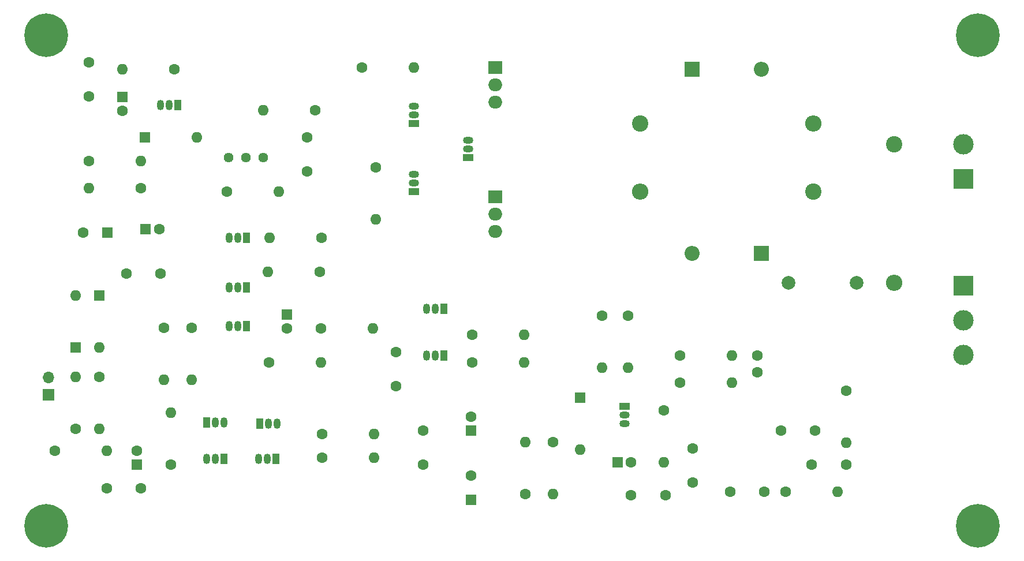
<source format=gbr>
%TF.GenerationSoftware,KiCad,Pcbnew,(6.0.5)*%
%TF.CreationDate,2022-06-29T10:50:51+01:00*%
%TF.ProjectId,PCB,5043422e-6b69-4636-9164-5f7063625858,rev?*%
%TF.SameCoordinates,Original*%
%TF.FileFunction,Soldermask,Bot*%
%TF.FilePolarity,Negative*%
%FSLAX46Y46*%
G04 Gerber Fmt 4.6, Leading zero omitted, Abs format (unit mm)*
G04 Created by KiCad (PCBNEW (6.0.5)) date 2022-06-29 10:50:51*
%MOMM*%
%LPD*%
G01*
G04 APERTURE LIST*
%ADD10R,2.200000X2.200000*%
%ADD11O,2.200000X2.200000*%
%ADD12C,1.600000*%
%ADD13O,1.600000X1.600000*%
%ADD14R,1.050000X1.500000*%
%ADD15O,1.050000X1.500000*%
%ADD16C,6.400000*%
%ADD17C,0.800000*%
%ADD18R,1.500000X1.050000*%
%ADD19O,1.500000X1.050000*%
%ADD20C,2.400000*%
%ADD21O,2.400000X2.400000*%
%ADD22R,3.000000X3.000000*%
%ADD23C,3.000000*%
%ADD24R,1.600000X1.600000*%
%ADD25R,1.700000X1.700000*%
%ADD26O,1.700000X1.700000*%
%ADD27C,2.000000*%
%ADD28R,2.000000X1.905000*%
%ADD29O,2.000000X1.905000*%
%ADD30C,1.440000*%
G04 APERTURE END LIST*
D10*
%TO.C,D6*%
X189630000Y-96000000D03*
D11*
X179470000Y-96000000D03*
%TD*%
D12*
%TO.C,R29*%
X130975000Y-68730000D03*
D13*
X138595000Y-68730000D03*
%TD*%
D14*
%TO.C,Q8*%
X114040000Y-101000000D03*
D15*
X112770000Y-101000000D03*
X111500000Y-101000000D03*
%TD*%
D16*
%TO.C,H4*%
X221318021Y-64000000D03*
D17*
X219620965Y-65697056D03*
X223718021Y-64000000D03*
X218918021Y-64000000D03*
X223015077Y-65697056D03*
X223015077Y-62302944D03*
X221318021Y-66400000D03*
X219620965Y-62302944D03*
X221318021Y-61600000D03*
%TD*%
D18*
%TO.C,Q2*%
X169500000Y-118500000D03*
D19*
X169500000Y-119770000D03*
X169500000Y-121040000D03*
%TD*%
D14*
%TO.C,Q10*%
X114040000Y-93730000D03*
D15*
X112770000Y-93730000D03*
X111500000Y-93730000D03*
%TD*%
D12*
%TO.C,R17*%
X125190000Y-126000000D03*
D13*
X132810000Y-126000000D03*
%TD*%
D20*
%TO.C,R33*%
X209050000Y-80000000D03*
D21*
X209050000Y-100320000D03*
%TD*%
D22*
%TO.C,J1*%
X219250000Y-100750000D03*
D23*
X219250000Y-105830000D03*
X219250000Y-110910000D03*
%TD*%
D12*
%TO.C,R10*%
X98620000Y-86500000D03*
D13*
X91000000Y-86500000D03*
%TD*%
D12*
%TO.C,R27*%
X111190000Y-87000000D03*
D13*
X118810000Y-87000000D03*
%TD*%
D14*
%TO.C,Q6*%
X116000000Y-121000000D03*
D15*
X117270000Y-121000000D03*
X118540000Y-121000000D03*
%TD*%
D24*
%TO.C,D1*%
X99190000Y-79000000D03*
D13*
X106810000Y-79000000D03*
%TD*%
D12*
%TO.C,C6*%
X175500000Y-131500000D03*
X170500000Y-131500000D03*
%TD*%
%TO.C,R21*%
X125190000Y-122500000D03*
D13*
X132810000Y-122500000D03*
%TD*%
D25*
%TO.C,J2*%
X85000000Y-116775000D03*
D26*
X85000000Y-114235000D03*
%TD*%
D20*
%TO.C,R32*%
X197250000Y-87000000D03*
D21*
X171850000Y-87000000D03*
%TD*%
D14*
%TO.C,Q9*%
X143000000Y-111000000D03*
D15*
X141730000Y-111000000D03*
X140460000Y-111000000D03*
%TD*%
D12*
%TO.C,C4*%
X189000000Y-113500000D03*
X189000000Y-111000000D03*
%TD*%
%TO.C,C5*%
X91000000Y-73000000D03*
X91000000Y-68000000D03*
%TD*%
D10*
%TO.C,D5*%
X179470000Y-69000000D03*
D11*
X189630000Y-69000000D03*
%TD*%
D12*
%TO.C,C18*%
X123000000Y-79000000D03*
X123000000Y-84000000D03*
%TD*%
%TO.C,C12*%
X101500000Y-99000000D03*
X96500000Y-99000000D03*
%TD*%
D24*
%TO.C,D4*%
X92500000Y-102190000D03*
D13*
X92500000Y-109810000D03*
%TD*%
D12*
%TO.C,R22*%
X117380000Y-112000000D03*
D13*
X125000000Y-112000000D03*
%TD*%
D24*
%TO.C,C8*%
X93652651Y-93000000D03*
D12*
X90152651Y-93000000D03*
%TD*%
%TO.C,C1*%
X185000000Y-131000000D03*
X190000000Y-131000000D03*
%TD*%
%TO.C,R25*%
X125040000Y-93730000D03*
D13*
X117420000Y-93730000D03*
%TD*%
D12*
%TO.C,C7*%
X202000000Y-127000000D03*
X197000000Y-127000000D03*
%TD*%
D17*
%TO.C,H3*%
X84697056Y-138400000D03*
X86394112Y-137697056D03*
X86394112Y-134302944D03*
X83000000Y-137697056D03*
X82297056Y-136000000D03*
X87097056Y-136000000D03*
X84697056Y-133600000D03*
X83000000Y-134302944D03*
D16*
X84697056Y-136000000D03*
%TD*%
D12*
%TO.C,R12*%
X159000000Y-123690000D03*
D13*
X159000000Y-131310000D03*
%TD*%
D24*
%TO.C,C16*%
X120040000Y-105000000D03*
D12*
X120040000Y-107000000D03*
%TD*%
D24*
%TO.C,D3*%
X89000000Y-109810000D03*
D13*
X89000000Y-102190000D03*
%TD*%
D24*
%TO.C,C15*%
X98000000Y-127000000D03*
D12*
X98000000Y-125000000D03*
%TD*%
%TO.C,R6*%
X177690000Y-111000000D03*
D13*
X185310000Y-111000000D03*
%TD*%
D18*
%TO.C,Q13*%
X138595000Y-77000000D03*
D19*
X138595000Y-75730000D03*
X138595000Y-74460000D03*
%TD*%
D12*
%TO.C,R30*%
X133000000Y-83440000D03*
D13*
X133000000Y-91060000D03*
%TD*%
D12*
%TO.C,R15*%
X92500000Y-114190000D03*
D13*
X92500000Y-121810000D03*
%TD*%
D24*
%TO.C,C10*%
X99250000Y-92500000D03*
D12*
X101250000Y-92500000D03*
%TD*%
D14*
%TO.C,Q1*%
X104000000Y-74280000D03*
D15*
X102730000Y-74280000D03*
X101460000Y-74280000D03*
%TD*%
D12*
%TO.C,C21*%
X197500000Y-122000000D03*
X192500000Y-122000000D03*
%TD*%
%TO.C,R19*%
X103000000Y-127000000D03*
D13*
X103000000Y-119380000D03*
%TD*%
D16*
%TO.C,H2*%
X221318021Y-136000000D03*
D17*
X219620965Y-137697056D03*
X223015077Y-134302944D03*
X223015077Y-137697056D03*
X223718021Y-136000000D03*
X219620965Y-134302944D03*
X221318021Y-133600000D03*
X218918021Y-136000000D03*
X221318021Y-138400000D03*
%TD*%
D27*
%TO.C,C19*%
X203550000Y-100320000D03*
X193550000Y-100320000D03*
%TD*%
D12*
%TO.C,R4*%
X103475000Y-69000000D03*
D13*
X95855000Y-69000000D03*
%TD*%
D12*
%TO.C,R9*%
X91000000Y-82500000D03*
D13*
X98620000Y-82500000D03*
%TD*%
D24*
%TO.C,C11*%
X147000000Y-122000000D03*
D12*
X147000000Y-120000000D03*
%TD*%
D24*
%TO.C,C9*%
X147000000Y-132152651D03*
D12*
X147000000Y-128652651D03*
%TD*%
%TO.C,R8*%
X202000000Y-116190000D03*
D13*
X202000000Y-123810000D03*
%TD*%
D18*
%TO.C,Q14*%
X138595000Y-87000000D03*
D19*
X138595000Y-85730000D03*
X138595000Y-84460000D03*
%TD*%
D12*
%TO.C,R3*%
X175250000Y-119055000D03*
D13*
X175250000Y-126675000D03*
%TD*%
D12*
%TO.C,R24*%
X147190000Y-112000000D03*
D13*
X154810000Y-112000000D03*
%TD*%
D14*
%TO.C,Q11*%
X143000000Y-104140000D03*
D15*
X141730000Y-104140000D03*
X140460000Y-104140000D03*
%TD*%
D12*
%TO.C,R1*%
X170000000Y-105190000D03*
D13*
X170000000Y-112810000D03*
%TD*%
D24*
%TO.C,C2*%
X95855000Y-73089775D03*
D12*
X95855000Y-75089775D03*
%TD*%
D14*
%TO.C,Q3*%
X110770000Y-126140000D03*
D15*
X109500000Y-126140000D03*
X108230000Y-126140000D03*
%TD*%
D22*
%TO.C,J3*%
X219250000Y-85080000D03*
D23*
X219250000Y-80000000D03*
%TD*%
D12*
%TO.C,R16*%
X102000000Y-106920000D03*
D13*
X102000000Y-114540000D03*
%TD*%
D12*
%TO.C,R26*%
X124170000Y-75000000D03*
D13*
X116550000Y-75000000D03*
%TD*%
D12*
%TO.C,R28*%
X147190000Y-108000000D03*
D13*
X154810000Y-108000000D03*
%TD*%
D17*
%TO.C,H1*%
X86394112Y-65697056D03*
X84697056Y-61600000D03*
X83000000Y-65697056D03*
X87097056Y-64000000D03*
D16*
X84697056Y-64000000D03*
D17*
X83000000Y-62302944D03*
X82297056Y-64000000D03*
X84697056Y-66400000D03*
X86394112Y-62302944D03*
%TD*%
D18*
%TO.C,Q12*%
X146595000Y-82000000D03*
D19*
X146595000Y-80730000D03*
X146595000Y-79460000D03*
%TD*%
D12*
%TO.C,R14*%
X86000000Y-125000000D03*
D13*
X93620000Y-125000000D03*
%TD*%
D12*
%TO.C,R13*%
X89000000Y-121810000D03*
D13*
X89000000Y-114190000D03*
%TD*%
D12*
%TO.C,R18*%
X124850000Y-98730000D03*
D13*
X117230000Y-98730000D03*
%TD*%
D12*
%TO.C,C13*%
X140000000Y-127000000D03*
X140000000Y-122000000D03*
%TD*%
D28*
%TO.C,Q16*%
X150595000Y-87730000D03*
D29*
X150595000Y-90270000D03*
X150595000Y-92810000D03*
%TD*%
D12*
%TO.C,C20*%
X179500000Y-124667500D03*
X179500000Y-129667500D03*
%TD*%
%TO.C,R11*%
X155000000Y-131310000D03*
D13*
X155000000Y-123690000D03*
%TD*%
D20*
%TO.C,R31*%
X171850000Y-77000000D03*
D21*
X197250000Y-77000000D03*
%TD*%
D24*
%TO.C,C3*%
X168500000Y-126675000D03*
D12*
X170500000Y-126675000D03*
%TD*%
%TO.C,C14*%
X93620000Y-130500000D03*
X98620000Y-130500000D03*
%TD*%
D24*
%TO.C,D2*%
X163000000Y-117190000D03*
D13*
X163000000Y-124810000D03*
%TD*%
D14*
%TO.C,Q5*%
X114040000Y-106730000D03*
D15*
X112770000Y-106730000D03*
X111500000Y-106730000D03*
%TD*%
D12*
%TO.C,C17*%
X136000000Y-115500000D03*
X136000000Y-110500000D03*
%TD*%
D28*
%TO.C,Q15*%
X150595000Y-68730000D03*
D29*
X150595000Y-71270000D03*
X150595000Y-73810000D03*
%TD*%
D12*
%TO.C,R7*%
X193190000Y-131000000D03*
D13*
X200810000Y-131000000D03*
%TD*%
D12*
%TO.C,R23*%
X125000000Y-107000000D03*
D13*
X132620000Y-107000000D03*
%TD*%
D14*
%TO.C,Q7*%
X108230000Y-120860000D03*
D15*
X109500000Y-120860000D03*
X110770000Y-120860000D03*
%TD*%
D30*
%TO.C,RV1*%
X116550000Y-82000000D03*
X114010000Y-82000000D03*
X111470000Y-82000000D03*
%TD*%
D12*
%TO.C,R5*%
X177690000Y-115000000D03*
D13*
X185310000Y-115000000D03*
%TD*%
D12*
%TO.C,R2*%
X166250000Y-105190000D03*
D13*
X166250000Y-112810000D03*
%TD*%
D14*
%TO.C,Q4*%
X118410000Y-126140000D03*
D15*
X117140000Y-126140000D03*
X115870000Y-126140000D03*
%TD*%
D12*
%TO.C,R20*%
X106000000Y-106920000D03*
D13*
X106000000Y-114540000D03*
%TD*%
M02*

</source>
